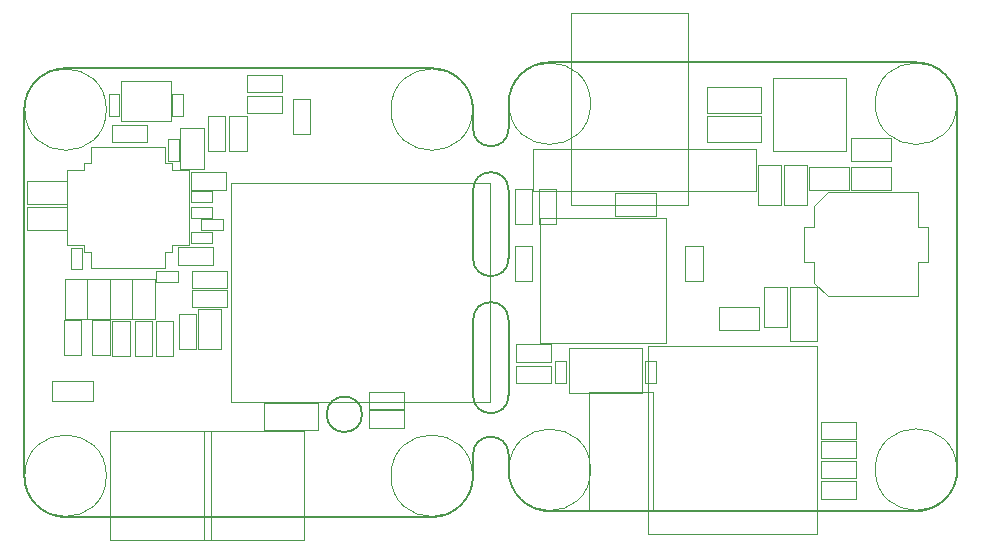
<source format=gbr>
%TF.GenerationSoftware,KiCad,Pcbnew,(5.1.8-0-10_14)*%
%TF.CreationDate,2021-08-18T19:24:52+02:00*%
%TF.ProjectId,ethersweep,65746865-7273-4776-9565-702e6b696361,2.0.1*%
%TF.SameCoordinates,Original*%
%TF.FileFunction,Other,User*%
%FSLAX46Y46*%
G04 Gerber Fmt 4.6, Leading zero omitted, Abs format (unit mm)*
G04 Created by KiCad (PCBNEW (5.1.8-0-10_14)) date 2021-08-18 19:24:52*
%MOMM*%
%LPD*%
G01*
G04 APERTURE LIST*
%TA.AperFunction,Profile*%
%ADD10C,0.150000*%
%TD*%
%ADD11C,0.050000*%
G04 APERTURE END LIST*
D10*
X198000000Y-81000000D02*
G75*
G02*
X201500000Y-84500000I0J-3500000D01*
G01*
X160500000Y-115500000D02*
X160500000Y-114200000D01*
X163500000Y-86600000D02*
X163500000Y-85000000D01*
X163500000Y-86600000D02*
G75*
G02*
X160500000Y-86600000I-1500000J0D01*
G01*
X163500000Y-115500000D02*
X163500000Y-114200000D01*
X160500000Y-86600000D02*
X160500000Y-85000000D01*
X160500000Y-114200000D02*
G75*
G02*
X163500000Y-114200000I1500000J0D01*
G01*
X163500000Y-97600000D02*
G75*
G02*
X160500000Y-97600000I-1500000J0D01*
G01*
X160500000Y-91800000D02*
G75*
G02*
X163500000Y-91800000I1500000J0D01*
G01*
X163500000Y-97600000D02*
X163500000Y-91800000D01*
X160500000Y-109200000D02*
X160500000Y-102800000D01*
X160500000Y-102800000D02*
G75*
G02*
X163500000Y-102800000I1500000J0D01*
G01*
X160500000Y-97600000D02*
X160500000Y-91800000D01*
X163500000Y-109200000D02*
X163500000Y-102800000D01*
X163500000Y-109200000D02*
G75*
G02*
X160500000Y-109200000I-1500000J0D01*
G01*
X160500000Y-116000000D02*
X160500000Y-115500000D01*
X163500000Y-84500000D02*
X163500000Y-85000000D01*
X151100000Y-110800000D02*
G75*
G03*
X151100000Y-110800000I-1500000J0D01*
G01*
X126000000Y-119500000D02*
G75*
G02*
X122500000Y-116000000I0J3500000D01*
G01*
X126000000Y-119500000D02*
X157000000Y-119500000D01*
X167000000Y-81000000D02*
X198000000Y-81000000D01*
X163500000Y-84500000D02*
G75*
G02*
X167000000Y-81000000I3500000J0D01*
G01*
X201500000Y-115500000D02*
G75*
G02*
X198000000Y-119000000I-3500000J0D01*
G01*
X167000000Y-119000000D02*
G75*
G02*
X163500000Y-115500000I0J3500000D01*
G01*
X167000000Y-119000000D02*
X198000000Y-119000000D01*
X201500000Y-115500000D02*
X201500000Y-84500000D01*
X122500000Y-85000000D02*
X122500000Y-116000000D01*
X160500000Y-116000000D02*
G75*
G02*
X157000000Y-119500000I-3500000J0D01*
G01*
X157000000Y-81500000D02*
G75*
G02*
X160500000Y-85000000I0J-3500000D01*
G01*
X122500000Y-85000000D02*
G75*
G02*
X126000000Y-81500000I3500000J0D01*
G01*
X157000000Y-81500000D02*
X126000000Y-81500000D01*
D11*
X188550000Y-97900000D02*
X189400000Y-97900000D01*
X188550000Y-94900000D02*
X188550000Y-97900000D01*
X189400000Y-94900000D02*
X188550000Y-94900000D01*
X189400000Y-97900000D02*
X189400000Y-99650000D01*
X189400000Y-93150000D02*
X189400000Y-94900000D01*
X189400000Y-93150000D02*
X190550000Y-92000000D01*
X189400000Y-99650000D02*
X190550000Y-100800000D01*
X190550000Y-92000000D02*
X198200000Y-92000000D01*
X190550000Y-100800000D02*
X198200000Y-100800000D01*
X198200000Y-97900000D02*
X198200000Y-100800000D01*
X199050000Y-97900000D02*
X198200000Y-97900000D01*
X199050000Y-94900000D02*
X199050000Y-97900000D01*
X198200000Y-94900000D02*
X199050000Y-94900000D01*
X198200000Y-92000000D02*
X198200000Y-94900000D01*
X201450000Y-84500000D02*
G75*
G03*
X201450000Y-84500000I-3450000J0D01*
G01*
X189650000Y-120900000D02*
X175350000Y-120900000D01*
X175350000Y-120900000D02*
X175350000Y-105050000D01*
X189650000Y-105050000D02*
X175350000Y-105050000D01*
X189650000Y-120900000D02*
X189650000Y-105050000D01*
X129800000Y-121400000D02*
X138300000Y-121400000D01*
X129800000Y-112200000D02*
X129800000Y-121400000D01*
X138300000Y-112200000D02*
X129800000Y-112200000D01*
X138300000Y-121400000D02*
X138300000Y-112200000D01*
X178680000Y-93100000D02*
X178680000Y-76810000D01*
X178680000Y-76810000D02*
X168780000Y-76810000D01*
X168780000Y-76810000D02*
X168780000Y-93100000D01*
X168780000Y-93100000D02*
X178680000Y-93100000D01*
X170450000Y-115500000D02*
G75*
G03*
X170450000Y-115500000I-3450000J0D01*
G01*
X201450000Y-115475001D02*
G75*
G03*
X201450000Y-115475001I-3450000J0D01*
G01*
X170450000Y-84500000D02*
G75*
G03*
X170450000Y-84500000I-3450000J0D01*
G01*
X175950000Y-93980000D02*
X172550000Y-93980000D01*
X175950000Y-92020000D02*
X175950000Y-93980000D01*
X172550000Y-92020000D02*
X175950000Y-92020000D01*
X172550000Y-93980000D02*
X172550000Y-92020000D01*
X168360000Y-106290000D02*
X168360000Y-108110000D01*
X167440000Y-106290000D02*
X168360000Y-106290000D01*
X167440000Y-108110000D02*
X167440000Y-106290000D01*
X168360000Y-108110000D02*
X167440000Y-108110000D01*
X175040000Y-106290000D02*
X175960000Y-106290000D01*
X175960000Y-106290000D02*
X175960000Y-108110000D01*
X175960000Y-108110000D02*
X175040000Y-108110000D01*
X175040000Y-108110000D02*
X175040000Y-106290000D01*
X184700000Y-101720000D02*
X184700000Y-103680000D01*
X184700000Y-103680000D02*
X181300000Y-103680000D01*
X181300000Y-103680000D02*
X181300000Y-101720000D01*
X181300000Y-101720000D02*
X184700000Y-101720000D01*
X146200000Y-121400000D02*
X146200000Y-112200000D01*
X146200000Y-112200000D02*
X137700000Y-112200000D01*
X137700000Y-112200000D02*
X137700000Y-121400000D01*
X137700000Y-121400000D02*
X146200000Y-121400000D01*
X189920000Y-116230000D02*
X189920000Y-114770000D01*
X189920000Y-114770000D02*
X192880000Y-114770000D01*
X192880000Y-114770000D02*
X192880000Y-116230000D01*
X192880000Y-116230000D02*
X189920000Y-116230000D01*
X166200000Y-104800000D02*
X176800000Y-104800000D01*
X166200000Y-94200000D02*
X176800000Y-94200000D01*
X166200000Y-104800000D02*
X166200000Y-94200000D01*
X176800000Y-104800000D02*
X176800000Y-94200000D01*
X129450000Y-85000000D02*
G75*
G03*
X129450000Y-85000000I-3450000J0D01*
G01*
X160450000Y-85000000D02*
G75*
G03*
X160450000Y-85000000I-3450000J0D01*
G01*
X160450000Y-116000000D02*
G75*
G03*
X160450000Y-116000000I-3450000J0D01*
G01*
X129450000Y-116000000D02*
G75*
G03*
X129450000Y-116000000I-3450000J0D01*
G01*
X164020000Y-99480000D02*
X164020000Y-96520000D01*
X165480000Y-99480000D02*
X164020000Y-99480000D01*
X165480000Y-96520000D02*
X165480000Y-99480000D01*
X164020000Y-96520000D02*
X165480000Y-96520000D01*
X178470000Y-96520000D02*
X179930000Y-96520000D01*
X179930000Y-96520000D02*
X179930000Y-99480000D01*
X179930000Y-99480000D02*
X178470000Y-99480000D01*
X178470000Y-99480000D02*
X178470000Y-96520000D01*
X165530000Y-94680000D02*
X164070000Y-94680000D01*
X164070000Y-94680000D02*
X164070000Y-91720000D01*
X164070000Y-91720000D02*
X165530000Y-91720000D01*
X165530000Y-91720000D02*
X165530000Y-94680000D01*
X167530000Y-91720000D02*
X167530000Y-94680000D01*
X166070000Y-91720000D02*
X167530000Y-91720000D01*
X166070000Y-94680000D02*
X166070000Y-91720000D01*
X167530000Y-94680000D02*
X166070000Y-94680000D01*
X146730000Y-84120000D02*
X146730000Y-87080000D01*
X145270000Y-84120000D02*
X146730000Y-84120000D01*
X145270000Y-87080000D02*
X145270000Y-84120000D01*
X146730000Y-87080000D02*
X145270000Y-87080000D01*
X168600000Y-109000000D02*
X174800000Y-109000000D01*
X168600000Y-105200000D02*
X168600000Y-109000000D01*
X174800000Y-105200000D02*
X168600000Y-105200000D01*
X174800000Y-109000000D02*
X174800000Y-105200000D01*
X189925001Y-112885001D02*
X189925001Y-111425001D01*
X189925001Y-111425001D02*
X192885001Y-111425001D01*
X192885001Y-111425001D02*
X192885001Y-112885001D01*
X192885001Y-112885001D02*
X189925001Y-112885001D01*
X189920000Y-113070000D02*
X192880000Y-113070000D01*
X189920000Y-114530000D02*
X189920000Y-113070000D01*
X192880000Y-114530000D02*
X189920000Y-114530000D01*
X192880000Y-113070000D02*
X192880000Y-114530000D01*
X142820000Y-109880000D02*
X147380000Y-109880000D01*
X142820000Y-112120000D02*
X142820000Y-109880000D01*
X147380000Y-112120000D02*
X142820000Y-112120000D01*
X147380000Y-109880000D02*
X147380000Y-112120000D01*
X137030000Y-102320000D02*
X137030000Y-105280000D01*
X135570000Y-102320000D02*
X137030000Y-102320000D01*
X135570000Y-105280000D02*
X135570000Y-102320000D01*
X137030000Y-105280000D02*
X135570000Y-105280000D01*
X133670000Y-102870000D02*
X135130000Y-102870000D01*
X135130000Y-102870000D02*
X135130000Y-105830000D01*
X135130000Y-105830000D02*
X133670000Y-105830000D01*
X133670000Y-105830000D02*
X133670000Y-102870000D01*
X138410000Y-94160000D02*
X136590000Y-94160000D01*
X138410000Y-93240000D02*
X138410000Y-94160000D01*
X136590000Y-93240000D02*
X138410000Y-93240000D01*
X136590000Y-94160000D02*
X136590000Y-93240000D01*
X137490000Y-95160000D02*
X137490000Y-94240000D01*
X137490000Y-94240000D02*
X139310000Y-94240000D01*
X139310000Y-94240000D02*
X139310000Y-95160000D01*
X139310000Y-95160000D02*
X137490000Y-95160000D01*
X135560000Y-87490000D02*
X135560000Y-89310000D01*
X134640000Y-87490000D02*
X135560000Y-87490000D01*
X134640000Y-89310000D02*
X134640000Y-87490000D01*
X135560000Y-89310000D02*
X134640000Y-89310000D01*
X133690000Y-99560000D02*
X133690000Y-98640000D01*
X133690000Y-98640000D02*
X135510000Y-98640000D01*
X135510000Y-98640000D02*
X135510000Y-99560000D01*
X135510000Y-99560000D02*
X133690000Y-99560000D01*
X126440000Y-96690000D02*
X127360000Y-96690000D01*
X127360000Y-96690000D02*
X127360000Y-98510000D01*
X127360000Y-98510000D02*
X126440000Y-98510000D01*
X126440000Y-98510000D02*
X126440000Y-96690000D01*
X136590000Y-96260000D02*
X136590000Y-95340000D01*
X136590000Y-95340000D02*
X138410000Y-95340000D01*
X138410000Y-95340000D02*
X138410000Y-96260000D01*
X138410000Y-96260000D02*
X136590000Y-96260000D01*
X137680000Y-86600000D02*
X137680000Y-90000000D01*
X135720000Y-86600000D02*
X137680000Y-86600000D01*
X135720000Y-90000000D02*
X135720000Y-86600000D01*
X137680000Y-90000000D02*
X135720000Y-90000000D01*
X126100000Y-91020000D02*
X126100000Y-92980000D01*
X126100000Y-92980000D02*
X122700000Y-92980000D01*
X122700000Y-92980000D02*
X122700000Y-91020000D01*
X122700000Y-91020000D02*
X126100000Y-91020000D01*
X135960000Y-83690000D02*
X135960000Y-85510000D01*
X135040000Y-83690000D02*
X135960000Y-83690000D01*
X135040000Y-85510000D02*
X135040000Y-83690000D01*
X135960000Y-85510000D02*
X135040000Y-85510000D01*
X130560000Y-83690000D02*
X130560000Y-85510000D01*
X129640000Y-83690000D02*
X130560000Y-83690000D01*
X129640000Y-85510000D02*
X129640000Y-83690000D01*
X130560000Y-85510000D02*
X129640000Y-85510000D01*
X136620000Y-91780000D02*
X136620000Y-90320000D01*
X136620000Y-90320000D02*
X139580000Y-90320000D01*
X139580000Y-90320000D02*
X139580000Y-91780000D01*
X139580000Y-91780000D02*
X136620000Y-91780000D01*
X136610000Y-92810000D02*
X136610000Y-91890000D01*
X136610000Y-91890000D02*
X138430000Y-91890000D01*
X138430000Y-91890000D02*
X138430000Y-92810000D01*
X138430000Y-92810000D02*
X136610000Y-92810000D01*
X165600000Y-88300000D02*
X165600000Y-91900000D01*
X184450000Y-88300000D02*
X165600000Y-88300000D01*
X184450000Y-91900000D02*
X184450000Y-88300000D01*
X165600000Y-91900000D02*
X184450000Y-91900000D01*
X161920000Y-109750000D02*
X161920000Y-91250000D01*
X140020000Y-109750000D02*
X161920000Y-109750000D01*
X140020000Y-91250000D02*
X140020000Y-109750000D01*
X161920000Y-91250000D02*
X140020000Y-91250000D01*
X128350000Y-109650000D02*
X124850000Y-109650000D01*
X128350000Y-107950000D02*
X128350000Y-109650000D01*
X124850000Y-107950000D02*
X128350000Y-107950000D01*
X124850000Y-109650000D02*
X124850000Y-107950000D01*
X127850000Y-102730000D02*
X125950000Y-102730000D01*
X125950000Y-102730000D02*
X125950000Y-99370000D01*
X125950000Y-99370000D02*
X127850000Y-99370000D01*
X127850000Y-99370000D02*
X127850000Y-102730000D01*
X129750000Y-99370000D02*
X129750000Y-102730000D01*
X127850000Y-99370000D02*
X129750000Y-99370000D01*
X127850000Y-102730000D02*
X127850000Y-99370000D01*
X129750000Y-102730000D02*
X127850000Y-102730000D01*
X131650000Y-102730000D02*
X129750000Y-102730000D01*
X129750000Y-102730000D02*
X129750000Y-99370000D01*
X129750000Y-99370000D02*
X131650000Y-99370000D01*
X131650000Y-99370000D02*
X131650000Y-102730000D01*
X133550000Y-99370000D02*
X133550000Y-102730000D01*
X131650000Y-99370000D02*
X133550000Y-99370000D01*
X131650000Y-102730000D02*
X131650000Y-99370000D01*
X133550000Y-102730000D02*
X131650000Y-102730000D01*
X127330000Y-102820000D02*
X127330000Y-105780000D01*
X125870000Y-102820000D02*
X127330000Y-102820000D01*
X125870000Y-105780000D02*
X125870000Y-102820000D01*
X127330000Y-105780000D02*
X125870000Y-105780000D01*
X129730000Y-102820000D02*
X129730000Y-105780000D01*
X128270000Y-102820000D02*
X129730000Y-102820000D01*
X128270000Y-105780000D02*
X128270000Y-102820000D01*
X129730000Y-105780000D02*
X128270000Y-105780000D01*
X131430000Y-105830000D02*
X129970000Y-105830000D01*
X129970000Y-105830000D02*
X129970000Y-102870000D01*
X129970000Y-102870000D02*
X131430000Y-102870000D01*
X131430000Y-102870000D02*
X131430000Y-105830000D01*
X151720000Y-110470000D02*
X154680000Y-110470000D01*
X151720000Y-111930000D02*
X151720000Y-110470000D01*
X154680000Y-111930000D02*
X151720000Y-111930000D01*
X154680000Y-110470000D02*
X154680000Y-111930000D01*
X154680000Y-108870000D02*
X154680000Y-110330000D01*
X154680000Y-110330000D02*
X151720000Y-110330000D01*
X151720000Y-110330000D02*
X151720000Y-108870000D01*
X151720000Y-108870000D02*
X154680000Y-108870000D01*
X133330000Y-105830000D02*
X131870000Y-105830000D01*
X131870000Y-105830000D02*
X131870000Y-102870000D01*
X131870000Y-102870000D02*
X133330000Y-102870000D01*
X133330000Y-102870000D02*
X133330000Y-105830000D01*
X126150000Y-93300000D02*
X126150000Y-96450000D01*
X126150000Y-96450000D02*
X127550000Y-96450000D01*
X127550000Y-96450000D02*
X127550000Y-97050000D01*
X127550000Y-97050000D02*
X128150000Y-97050000D01*
X128150000Y-97050000D02*
X128150000Y-98450000D01*
X128150000Y-98450000D02*
X131300000Y-98450000D01*
X126150000Y-93300000D02*
X126150000Y-90150000D01*
X126150000Y-90150000D02*
X127550000Y-90150000D01*
X127550000Y-90150000D02*
X127550000Y-89550000D01*
X127550000Y-89550000D02*
X128150000Y-89550000D01*
X128150000Y-89550000D02*
X128150000Y-88150000D01*
X128150000Y-88150000D02*
X131300000Y-88150000D01*
X136450000Y-93300000D02*
X136450000Y-96450000D01*
X136450000Y-96450000D02*
X135050000Y-96450000D01*
X135050000Y-96450000D02*
X135050000Y-97050000D01*
X135050000Y-97050000D02*
X134450000Y-97050000D01*
X134450000Y-97050000D02*
X134450000Y-98450000D01*
X134450000Y-98450000D02*
X131300000Y-98450000D01*
X136450000Y-93300000D02*
X136450000Y-90150000D01*
X136450000Y-90150000D02*
X135050000Y-90150000D01*
X135050000Y-90150000D02*
X135050000Y-89550000D01*
X135050000Y-89550000D02*
X134450000Y-89550000D01*
X134450000Y-89550000D02*
X134450000Y-88150000D01*
X134450000Y-88150000D02*
X131300000Y-88150000D01*
X130700000Y-82600000D02*
X130700000Y-86000000D01*
X130700000Y-86000000D02*
X134900000Y-86000000D01*
X134900000Y-86000000D02*
X134900000Y-82600000D01*
X134900000Y-82600000D02*
X130700000Y-82600000D01*
X189650000Y-100000000D02*
X189650000Y-104600000D01*
X187350000Y-100000000D02*
X189650000Y-100000000D01*
X187350000Y-104600000D02*
X187350000Y-100000000D01*
X189650000Y-104600000D02*
X187350000Y-104600000D01*
X187080000Y-100000000D02*
X187080000Y-103400000D01*
X185120000Y-100000000D02*
X187080000Y-100000000D01*
X185120000Y-103400000D02*
X185120000Y-100000000D01*
X187080000Y-103400000D02*
X185120000Y-103400000D01*
X167080000Y-106330000D02*
X164120000Y-106330000D01*
X167080000Y-104870000D02*
X167080000Y-106330000D01*
X164120000Y-104870000D02*
X167080000Y-104870000D01*
X164120000Y-106330000D02*
X164120000Y-104870000D01*
X195900000Y-91780000D02*
X192500000Y-91780000D01*
X195900000Y-89820000D02*
X195900000Y-91780000D01*
X192500000Y-89820000D02*
X195900000Y-89820000D01*
X192500000Y-91780000D02*
X192500000Y-89820000D01*
X192500000Y-89380000D02*
X192500000Y-87420000D01*
X192500000Y-87420000D02*
X195900000Y-87420000D01*
X195900000Y-87420000D02*
X195900000Y-89380000D01*
X195900000Y-89380000D02*
X192500000Y-89380000D01*
X192300000Y-91780000D02*
X188900000Y-91780000D01*
X192300000Y-89820000D02*
X192300000Y-91780000D01*
X188900000Y-89820000D02*
X192300000Y-89820000D01*
X188900000Y-91780000D02*
X188900000Y-89820000D01*
X186820000Y-93100000D02*
X186820000Y-89700000D01*
X188780000Y-93100000D02*
X186820000Y-93100000D01*
X188780000Y-89700000D02*
X188780000Y-93100000D01*
X186820000Y-89700000D02*
X188780000Y-89700000D01*
X184620000Y-89700000D02*
X186580000Y-89700000D01*
X186580000Y-89700000D02*
X186580000Y-93100000D01*
X186580000Y-93100000D02*
X184620000Y-93100000D01*
X184620000Y-93100000D02*
X184620000Y-89700000D01*
X180320000Y-83080000D02*
X184880000Y-83080000D01*
X180320000Y-85320000D02*
X180320000Y-83080000D01*
X184880000Y-85320000D02*
X180320000Y-85320000D01*
X184880000Y-83080000D02*
X184880000Y-85320000D01*
X184874999Y-85534999D02*
X184874999Y-87774999D01*
X184874999Y-87774999D02*
X180314999Y-87774999D01*
X180314999Y-87774999D02*
X180314999Y-85534999D01*
X180314999Y-85534999D02*
X184874999Y-85534999D01*
X170300000Y-108900000D02*
X170300000Y-119000000D01*
X175700000Y-108900000D02*
X170300000Y-108900000D01*
X175700000Y-119000000D02*
X175700000Y-108900000D01*
X170300000Y-119000000D02*
X175700000Y-119000000D01*
X185900000Y-82300000D02*
X185900000Y-88500000D01*
X192100000Y-82300000D02*
X185900000Y-82300000D01*
X192100000Y-88500000D02*
X192100000Y-82300000D01*
X185900000Y-88500000D02*
X192100000Y-88500000D01*
X139680000Y-100130000D02*
X136720000Y-100130000D01*
X139680000Y-98670000D02*
X139680000Y-100130000D01*
X136720000Y-98670000D02*
X139680000Y-98670000D01*
X136720000Y-100130000D02*
X136720000Y-98670000D01*
X136720000Y-101730000D02*
X136720000Y-100270000D01*
X136720000Y-100270000D02*
X139680000Y-100270000D01*
X139680000Y-100270000D02*
X139680000Y-101730000D01*
X139680000Y-101730000D02*
X136720000Y-101730000D01*
X139150000Y-105280000D02*
X137250000Y-105280000D01*
X137250000Y-105280000D02*
X137250000Y-101920000D01*
X137250000Y-101920000D02*
X139150000Y-101920000D01*
X139150000Y-101920000D02*
X139150000Y-105280000D01*
X132880000Y-86270000D02*
X132880000Y-87730000D01*
X132880000Y-87730000D02*
X129920000Y-87730000D01*
X129920000Y-87730000D02*
X129920000Y-86270000D01*
X129920000Y-86270000D02*
X132880000Y-86270000D01*
X135520000Y-96670000D02*
X138480000Y-96670000D01*
X135520000Y-98130000D02*
X135520000Y-96670000D01*
X138480000Y-98130000D02*
X135520000Y-98130000D01*
X138480000Y-96670000D02*
X138480000Y-98130000D01*
X144280000Y-83870000D02*
X144280000Y-85330000D01*
X144280000Y-85330000D02*
X141320000Y-85330000D01*
X141320000Y-85330000D02*
X141320000Y-83870000D01*
X141320000Y-83870000D02*
X144280000Y-83870000D01*
X141320000Y-82070000D02*
X144280000Y-82070000D01*
X141320000Y-83530000D02*
X141320000Y-82070000D01*
X144280000Y-83530000D02*
X141320000Y-83530000D01*
X144280000Y-82070000D02*
X144280000Y-83530000D01*
X141330000Y-85520000D02*
X141330000Y-88480000D01*
X139870000Y-85520000D02*
X141330000Y-85520000D01*
X139870000Y-88480000D02*
X139870000Y-85520000D01*
X141330000Y-88480000D02*
X139870000Y-88480000D01*
X139530000Y-88480000D02*
X138070000Y-88480000D01*
X138070000Y-88480000D02*
X138070000Y-85520000D01*
X138070000Y-85520000D02*
X139530000Y-85520000D01*
X139530000Y-85520000D02*
X139530000Y-88480000D01*
X192880000Y-117930000D02*
X189920000Y-117930000D01*
X192880000Y-116470000D02*
X192880000Y-117930000D01*
X189920000Y-116470000D02*
X192880000Y-116470000D01*
X189920000Y-117930000D02*
X189920000Y-116470000D01*
X164120000Y-108130000D02*
X164120000Y-106670000D01*
X164120000Y-106670000D02*
X167080000Y-106670000D01*
X167080000Y-106670000D02*
X167080000Y-108130000D01*
X167080000Y-108130000D02*
X164120000Y-108130000D01*
X122700000Y-95180000D02*
X122700000Y-93220000D01*
X122700000Y-93220000D02*
X126100000Y-93220000D01*
X126100000Y-93220000D02*
X126100000Y-95180000D01*
X126100000Y-95180000D02*
X122700000Y-95180000D01*
M02*

</source>
